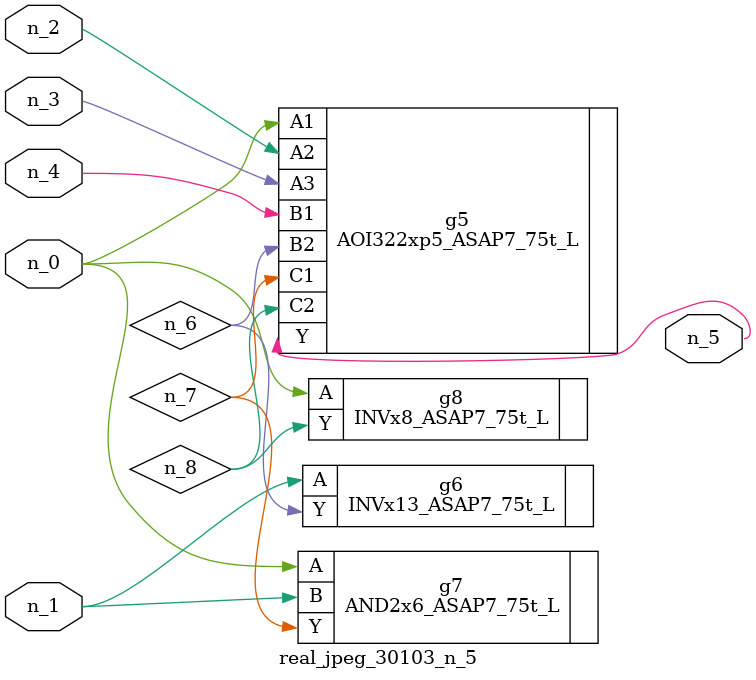
<source format=v>
module real_jpeg_30103_n_5 (n_4, n_0, n_1, n_2, n_3, n_5);

input n_4;
input n_0;
input n_1;
input n_2;
input n_3;

output n_5;

wire n_8;
wire n_6;
wire n_7;

AOI322xp5_ASAP7_75t_L g5 ( 
.A1(n_0),
.A2(n_2),
.A3(n_3),
.B1(n_4),
.B2(n_6),
.C1(n_7),
.C2(n_8),
.Y(n_5)
);

AND2x6_ASAP7_75t_L g7 ( 
.A(n_0),
.B(n_1),
.Y(n_7)
);

INVx8_ASAP7_75t_L g8 ( 
.A(n_0),
.Y(n_8)
);

INVx13_ASAP7_75t_L g6 ( 
.A(n_1),
.Y(n_6)
);


endmodule
</source>
